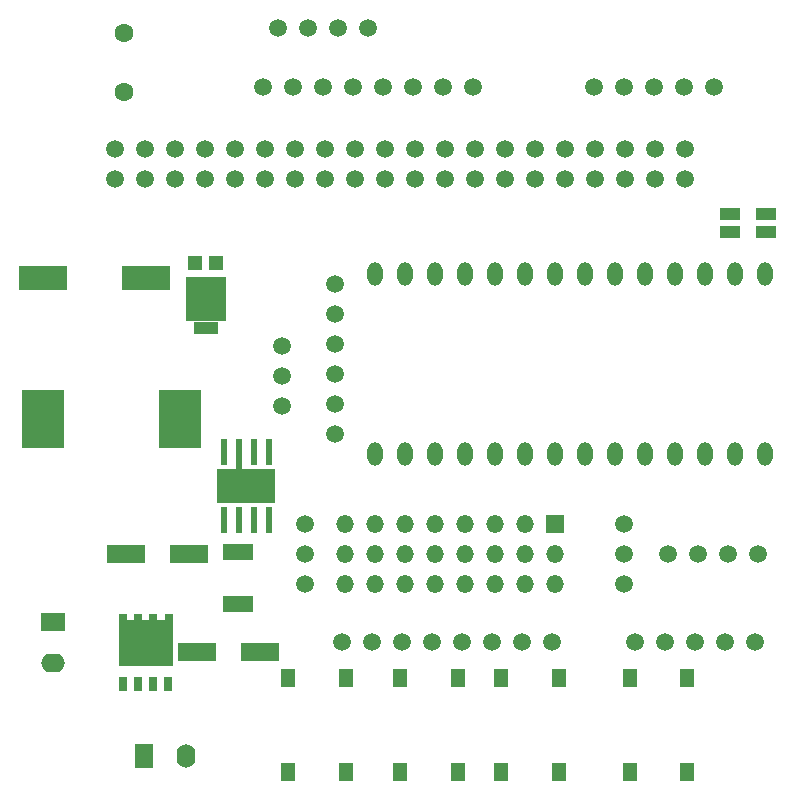
<source format=gts>
G04 #@! TF.FileFunction,Soldermask,Top*
%FSLAX46Y46*%
G04 Gerber Fmt 4.6, Leading zero omitted, Abs format (unit mm)*
G04 Created by KiCad (PCBNEW 4.0.6) date 09/14/17 13:16:33*
%MOMM*%
%LPD*%
G01*
G04 APERTURE LIST*
%ADD10C,0.100000*%
%ADD11C,1.506220*%
%ADD12O,1.300000X2.000000*%
%ADD13R,3.197860X1.597660*%
%ADD14R,4.099560X1.998980*%
%ADD15R,1.701800X1.102360*%
%ADD16R,2.000000X1.000000*%
%ADD17R,1.200000X1.200000*%
%ADD18R,3.400000X3.800000*%
%ADD19R,2.500000X1.400000*%
%ADD20R,3.600000X5.000000*%
%ADD21R,0.700000X0.550000*%
%ADD22R,0.635000X1.250000*%
%ADD23R,0.650000X1.250000*%
%ADD24R,4.600000X3.900000*%
%ADD25R,1.297940X1.549400*%
%ADD26C,1.500000*%
%ADD27R,2.000000X1.600000*%
%ADD28O,2.000000X1.600000*%
%ADD29R,1.600000X2.000000*%
%ADD30O,1.600000X2.000000*%
%ADD31R,0.500000X2.200000*%
%ADD32R,0.500000X2.550000*%
%ADD33R,4.900000X2.900000*%
%ADD34C,1.200000*%
%ADD35R,1.500000X1.500000*%
%ADD36O,1.500000X1.500000*%
%ADD37C,1.600000*%
G04 APERTURE END LIST*
D10*
D11*
X95885000Y-57023000D03*
X98425000Y-57023000D03*
X100965000Y-57023000D03*
X103505000Y-57023000D03*
X106045000Y-57023000D03*
X108585000Y-57023000D03*
X111125000Y-57023000D03*
X113665000Y-57023000D03*
X102000000Y-86350000D03*
X102000000Y-83810000D03*
X102000000Y-81270000D03*
X102000000Y-78730000D03*
X102000000Y-76190000D03*
X102000000Y-73650000D03*
X102610000Y-104000000D03*
X105150000Y-104000000D03*
X107690000Y-104000000D03*
X110230000Y-104000000D03*
X112770000Y-104000000D03*
X115310000Y-104000000D03*
X117850000Y-104000000D03*
X120390000Y-104000000D03*
D12*
X138430000Y-88068000D03*
X138430000Y-72828000D03*
X135890000Y-88068000D03*
X135890000Y-72828000D03*
X133350000Y-88068000D03*
X133350000Y-72828000D03*
X130810000Y-88068000D03*
X130810000Y-72828000D03*
X128270000Y-88068000D03*
X128270000Y-72828000D03*
X125730000Y-88068000D03*
X125730000Y-72828000D03*
X123190000Y-88068000D03*
X123190000Y-72828000D03*
X120650000Y-88068000D03*
X120650000Y-72828000D03*
X118110000Y-88068000D03*
X118110000Y-72828000D03*
X115570000Y-88068000D03*
X115570000Y-72828000D03*
X113030000Y-88068000D03*
X113030000Y-72828000D03*
X110490000Y-88068000D03*
X110490000Y-72828000D03*
X107950000Y-88068000D03*
X107950000Y-72828000D03*
X105410000Y-88068000D03*
X105410000Y-72828000D03*
D13*
X90317320Y-104800400D03*
X95712280Y-104800400D03*
X89697480Y-96500000D03*
X84302520Y-96500000D03*
D14*
X77312520Y-73152000D03*
X86009480Y-73152000D03*
D15*
X135450600Y-67750700D03*
X135450600Y-69249300D03*
X138549400Y-69249300D03*
X138549400Y-67750700D03*
D16*
X91059000Y-77379000D03*
D17*
X90139000Y-71879000D03*
X91979000Y-71879000D03*
D18*
X91059000Y-74979000D03*
D19*
X93800000Y-100800000D03*
X93800000Y-96400000D03*
D11*
X97500000Y-78960000D03*
X97500000Y-81500000D03*
X97500000Y-84040000D03*
X130190000Y-96500000D03*
X132730000Y-96500000D03*
X135270000Y-96500000D03*
X137810000Y-96500000D03*
X99500000Y-93960000D03*
X99500000Y-96500000D03*
X99500000Y-99040000D03*
X126500000Y-93960000D03*
X126500000Y-96500000D03*
X126500000Y-99040000D03*
X123920000Y-57000000D03*
X126460000Y-57000000D03*
X129000000Y-57000000D03*
X131540000Y-57000000D03*
X134080000Y-57000000D03*
X127420000Y-104000000D03*
X129960000Y-104000000D03*
X132500000Y-104000000D03*
X135040000Y-104000000D03*
X137580000Y-104000000D03*
D20*
X88858000Y-85090000D03*
X77258000Y-85090000D03*
D21*
X86625000Y-101825000D03*
X85375000Y-101825000D03*
X84050000Y-101825000D03*
D22*
X87905000Y-107525000D03*
D23*
X86635000Y-107525000D03*
D22*
X85365000Y-107525000D03*
X84095000Y-107525000D03*
D24*
X86000000Y-104050000D03*
D21*
X87950000Y-101825000D03*
D25*
X126964440Y-114970560D03*
X126964440Y-107025440D03*
X131861560Y-114970560D03*
X131861560Y-107025440D03*
X116051440Y-114972560D03*
X116051440Y-107027440D03*
X120948560Y-114972560D03*
X120948560Y-107027440D03*
X107551440Y-114972560D03*
X107551440Y-107027440D03*
X112448560Y-114972560D03*
X112448560Y-107027440D03*
X98051440Y-114972560D03*
X98051440Y-107027440D03*
X102948560Y-114972560D03*
X102948560Y-107027440D03*
D26*
X83370000Y-64770000D03*
X83370000Y-62230000D03*
X85910000Y-64770000D03*
X85910000Y-62230000D03*
X88450000Y-64770000D03*
X88450000Y-62230000D03*
X90990000Y-64770000D03*
X90990000Y-62230000D03*
X93530000Y-64770000D03*
X93530000Y-62230000D03*
X96070000Y-64770000D03*
X96070000Y-62230000D03*
X98610000Y-64770000D03*
X98610000Y-62230000D03*
X101150000Y-64770000D03*
X101150000Y-62230000D03*
X103690000Y-64770000D03*
X103690000Y-62230000D03*
X106230000Y-64770000D03*
X106230000Y-62230000D03*
X108770000Y-64770000D03*
X108770000Y-62230000D03*
X111310000Y-64770000D03*
X111310000Y-62230000D03*
X113850000Y-64770000D03*
X113850000Y-62230000D03*
X116390000Y-64770000D03*
X116390000Y-62230000D03*
X118930000Y-64770000D03*
X118930000Y-62230000D03*
X121470000Y-64770000D03*
X121470000Y-62230000D03*
X124010000Y-64770000D03*
X124010000Y-62230000D03*
X126550000Y-64770000D03*
X126550000Y-62230000D03*
X129090000Y-64770000D03*
X129090000Y-62230000D03*
X131630000Y-64770000D03*
X131630000Y-62230000D03*
D27*
X78105000Y-102263000D03*
D28*
X78105000Y-105763000D03*
D29*
X85880000Y-113665000D03*
D30*
X89380000Y-113665000D03*
D31*
X92583000Y-87930000D03*
X92583000Y-93680000D03*
D32*
X93853000Y-88105000D03*
D31*
X93853000Y-93680000D03*
X95123000Y-87930000D03*
X95123000Y-93680000D03*
X96393000Y-87930000D03*
X96393000Y-93680000D03*
D33*
X94488000Y-90805000D03*
D34*
X92988000Y-90055000D03*
X92988000Y-91555000D03*
X94488000Y-90055000D03*
X94488000Y-91555000D03*
X95988000Y-91555000D03*
X95988000Y-90055000D03*
D35*
X120660000Y-93960000D03*
D36*
X118120000Y-93960000D03*
X115580000Y-93960000D03*
X113040000Y-93960000D03*
X110500000Y-93960000D03*
X107960000Y-93960000D03*
X105420000Y-93960000D03*
X102880000Y-93960000D03*
X120660000Y-96500000D03*
X118120000Y-96500000D03*
X115580000Y-96500000D03*
X113040000Y-96500000D03*
X110500000Y-96500000D03*
X107960000Y-96500000D03*
X105420000Y-96500000D03*
X102880000Y-96500000D03*
X120660000Y-99040000D03*
X118120000Y-99040000D03*
X115580000Y-99040000D03*
X113040000Y-99040000D03*
X110500000Y-99040000D03*
X107960000Y-99040000D03*
X105420000Y-99040000D03*
X102880000Y-99040000D03*
D37*
X84150000Y-57450000D03*
X84150000Y-52450000D03*
D11*
X97190000Y-52000000D03*
X99730000Y-52000000D03*
X102270000Y-52000000D03*
X104810000Y-52000000D03*
M02*

</source>
